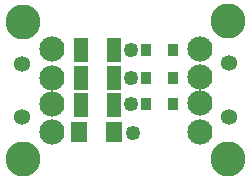
<source format=gts>
G04 MADE WITH FRITZING*
G04 WWW.FRITZING.ORG*
G04 DOUBLE SIDED*
G04 HOLES PLATED*
G04 CONTOUR ON CENTER OF CONTOUR VECTOR*
%ASAXBY*%
%FSLAX23Y23*%
%MOIN*%
%OFA0B0*%
%SFA1.0B1.0*%
%ADD10C,0.084000*%
%ADD11C,0.116614*%
%ADD12C,0.053307*%
%ADD13C,0.049370*%
%ADD14R,0.049370X0.080866*%
%ADD15R,0.034803X0.042677*%
%ADD16R,0.057244X0.065118*%
%LNMASK1*%
G90*
G70*
G54D10*
X231Y444D03*
X231Y350D03*
X231Y261D03*
X231Y168D03*
G54D11*
X136Y78D03*
X136Y534D03*
G54D12*
X132Y394D03*
X132Y217D03*
G54D10*
X231Y444D03*
X231Y350D03*
X231Y261D03*
X231Y168D03*
G54D11*
X136Y78D03*
X136Y534D03*
G54D12*
X132Y394D03*
X132Y217D03*
G54D10*
X723Y170D03*
X723Y264D03*
X723Y353D03*
X723Y446D03*
G54D11*
X818Y537D03*
X818Y80D03*
G54D12*
X822Y220D03*
X822Y397D03*
G54D10*
X723Y170D03*
X723Y264D03*
X723Y353D03*
X723Y446D03*
G54D11*
X818Y537D03*
X818Y80D03*
G54D12*
X822Y220D03*
X822Y397D03*
G54D13*
X494Y443D03*
X494Y350D03*
X494Y261D03*
X500Y164D03*
G54D14*
X328Y260D03*
X438Y260D03*
X328Y350D03*
X438Y350D03*
X328Y443D03*
X438Y443D03*
G54D15*
X634Y263D03*
X544Y263D03*
X634Y350D03*
X544Y350D03*
G54D16*
X439Y170D03*
X320Y170D03*
G54D15*
X634Y443D03*
X544Y443D03*
G04 End of Mask1*
M02*
</source>
